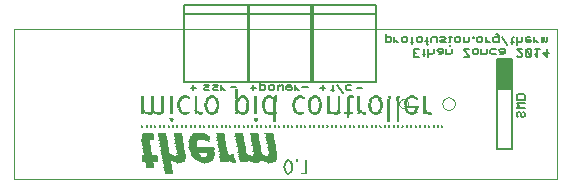
<source format=gbo>
G75*
G70*
%OFA0B0*%
%FSLAX24Y24*%
%IPPOS*%
%LPD*%
%AMOC8*
5,1,8,0,0,1.08239X$1,22.5*
%
%ADD10C,0.0000*%
%ADD11C,0.0050*%
%ADD12R,0.0100X0.0020*%
%ADD13R,0.0140X0.0020*%
%ADD14R,0.0120X0.0020*%
%ADD15R,0.0060X0.0020*%
%ADD16R,0.0240X0.0020*%
%ADD17R,0.0080X0.0020*%
%ADD18R,0.0220X0.0020*%
%ADD19R,0.0200X0.0020*%
%ADD20R,0.0180X0.0020*%
%ADD21R,0.0300X0.0020*%
%ADD22R,0.0280X0.0020*%
%ADD23R,0.0260X0.0020*%
%ADD24R,0.0340X0.0020*%
%ADD25R,0.0320X0.0020*%
%ADD26R,0.0040X0.0020*%
%ADD27R,0.0160X0.0020*%
%ADD28R,0.0460X0.0020*%
%ADD29R,0.0020X0.0020*%
%ADD30R,0.0740X0.0020*%
%ADD31R,0.0420X0.0020*%
%ADD32R,0.0400X0.0020*%
%ADD33R,0.0380X0.0020*%
%ADD34R,0.0440X0.0020*%
%ADD35R,0.0500X0.0020*%
%ADD36R,0.0560X0.0020*%
%ADD37R,0.0620X0.0020*%
%ADD38R,0.0660X0.0020*%
%ADD39R,0.0680X0.0020*%
%ADD40R,0.0840X0.0020*%
%ADD41R,0.0820X0.0020*%
%ADD42R,0.0360X0.0020*%
%ADD43R,0.0480X0.0020*%
%ADD44R,0.0520X0.0020*%
%ADD45R,0.0800X0.0020*%
%ADD46R,0.1300X0.0020*%
%ADD47R,0.1280X0.0020*%
%ADD48R,0.0780X0.0020*%
%ADD49R,0.1260X0.0020*%
%ADD50R,0.0540X0.0020*%
%ADD51R,0.0760X0.0020*%
%ADD52R,0.0580X0.0020*%
%ADD53R,0.1220X0.0020*%
D10*
X004510Y003979D02*
X004510Y008969D01*
X022630Y008969D01*
X022630Y003979D01*
X004510Y003979D01*
X017363Y006479D02*
X017365Y006503D01*
X017371Y006526D01*
X017380Y006548D01*
X017393Y006568D01*
X017408Y006586D01*
X017427Y006601D01*
X017448Y006613D01*
X017470Y006621D01*
X017493Y006626D01*
X017517Y006627D01*
X017541Y006624D01*
X017563Y006617D01*
X017585Y006607D01*
X017605Y006594D01*
X017622Y006577D01*
X017636Y006558D01*
X017647Y006537D01*
X017655Y006514D01*
X017659Y006491D01*
X017659Y006467D01*
X017655Y006444D01*
X017647Y006421D01*
X017636Y006400D01*
X017622Y006381D01*
X017605Y006364D01*
X017585Y006351D01*
X017563Y006341D01*
X017541Y006334D01*
X017517Y006331D01*
X017493Y006332D01*
X017470Y006337D01*
X017448Y006345D01*
X017427Y006357D01*
X017408Y006372D01*
X017393Y006390D01*
X017380Y006410D01*
X017371Y006432D01*
X017365Y006455D01*
X017363Y006479D01*
X018801Y006479D02*
X018803Y006507D01*
X018809Y006535D01*
X018818Y006561D01*
X018831Y006587D01*
X018847Y006610D01*
X018867Y006630D01*
X018889Y006648D01*
X018913Y006663D01*
X018939Y006674D01*
X018966Y006682D01*
X018994Y006686D01*
X019022Y006686D01*
X019050Y006682D01*
X019077Y006674D01*
X019103Y006663D01*
X019127Y006648D01*
X019149Y006630D01*
X019169Y006610D01*
X019185Y006587D01*
X019198Y006561D01*
X019207Y006535D01*
X019213Y006507D01*
X019215Y006479D01*
X019213Y006451D01*
X019207Y006423D01*
X019198Y006397D01*
X019185Y006371D01*
X019169Y006348D01*
X019149Y006328D01*
X019127Y006310D01*
X019103Y006295D01*
X019077Y006284D01*
X019050Y006276D01*
X019022Y006272D01*
X018994Y006272D01*
X018966Y006276D01*
X018939Y006284D01*
X018913Y006295D01*
X018889Y006310D01*
X018867Y006328D01*
X018847Y006348D01*
X018831Y006371D01*
X018818Y006397D01*
X018809Y006423D01*
X018803Y006451D01*
X018801Y006479D01*
D11*
X020635Y006979D02*
X020635Y007979D01*
X021135Y007979D01*
X021135Y006979D01*
X020635Y006979D01*
X020635Y006987D02*
X021135Y006987D01*
X021135Y007035D02*
X020635Y007035D01*
X020635Y007084D02*
X021135Y007084D01*
X021135Y007132D02*
X020635Y007132D01*
X020635Y007181D02*
X021135Y007181D01*
X021135Y007229D02*
X020635Y007229D01*
X020635Y007278D02*
X021135Y007278D01*
X021135Y007326D02*
X020635Y007326D01*
X020635Y007375D02*
X021135Y007375D01*
X021135Y007423D02*
X020635Y007423D01*
X020635Y007472D02*
X021135Y007472D01*
X021135Y007520D02*
X020635Y007520D01*
X020635Y007569D02*
X021135Y007569D01*
X021135Y007617D02*
X020635Y007617D01*
X020635Y007666D02*
X021135Y007666D01*
X021135Y007714D02*
X020635Y007714D01*
X020635Y007763D02*
X021135Y007763D01*
X021135Y007811D02*
X020635Y007811D01*
X020635Y007860D02*
X021135Y007860D01*
X021135Y007908D02*
X020635Y007908D01*
X020635Y007957D02*
X021135Y007957D01*
X021135Y007979D02*
X021135Y004979D01*
X020635Y004979D01*
X020635Y007979D01*
X021135Y007979D01*
X021285Y008073D02*
X021330Y008028D01*
X021420Y008028D01*
X021465Y008073D01*
X021465Y008118D01*
X021285Y008298D01*
X021465Y008298D01*
X021579Y008253D02*
X021759Y008073D01*
X021759Y008253D01*
X021714Y008298D01*
X021624Y008298D01*
X021579Y008253D01*
X021579Y008073D01*
X021624Y008028D01*
X021714Y008028D01*
X021759Y008073D01*
X021874Y008118D02*
X021964Y008028D01*
X021964Y008298D01*
X021874Y008298D02*
X022054Y008298D01*
X022169Y008163D02*
X022349Y008163D01*
X022304Y008028D02*
X022169Y008163D01*
X022304Y008298D02*
X022304Y008028D01*
X022250Y008524D02*
X022295Y008569D01*
X022295Y008704D01*
X022205Y008704D02*
X022205Y008569D01*
X022250Y008524D01*
X022205Y008569D02*
X022160Y008524D01*
X022115Y008524D01*
X022115Y008704D01*
X022005Y008524D02*
X021960Y008524D01*
X021869Y008614D01*
X021869Y008704D02*
X021869Y008524D01*
X021755Y008569D02*
X021755Y008614D01*
X021575Y008614D01*
X021575Y008659D02*
X021575Y008569D01*
X021620Y008524D01*
X021710Y008524D01*
X021755Y008569D01*
X021710Y008704D02*
X021620Y008704D01*
X021575Y008659D01*
X021460Y008704D02*
X021460Y008569D01*
X021415Y008524D01*
X021325Y008524D01*
X021280Y008569D01*
X021174Y008524D02*
X021084Y008524D01*
X021129Y008479D02*
X021129Y008659D01*
X021174Y008704D01*
X021280Y008704D02*
X021280Y008434D01*
X020969Y008434D02*
X020789Y008704D01*
X020675Y008704D02*
X020539Y008704D01*
X020494Y008659D01*
X020494Y008569D01*
X020539Y008524D01*
X020675Y008524D01*
X020675Y008750D01*
X020630Y008795D01*
X020585Y008795D01*
X020249Y008704D02*
X020249Y008524D01*
X020339Y008524D02*
X020384Y008524D01*
X020339Y008524D02*
X020249Y008614D01*
X020134Y008659D02*
X020134Y008569D01*
X020089Y008524D01*
X019999Y008524D01*
X019954Y008569D01*
X019954Y008659D01*
X019999Y008704D01*
X020089Y008704D01*
X020134Y008659D01*
X019852Y008659D02*
X019852Y008704D01*
X019807Y008704D01*
X019807Y008659D01*
X019852Y008659D01*
X019692Y008704D02*
X019692Y008569D01*
X019647Y008524D01*
X019512Y008524D01*
X019512Y008704D01*
X019398Y008659D02*
X019398Y008569D01*
X019353Y008524D01*
X019263Y008524D01*
X019218Y008569D01*
X019218Y008659D01*
X019263Y008704D01*
X019353Y008704D01*
X019398Y008659D01*
X019111Y008704D02*
X019021Y008704D01*
X019066Y008704D02*
X019066Y008524D01*
X019021Y008524D01*
X019066Y008434D02*
X019066Y008389D01*
X019108Y008298D02*
X019108Y008163D01*
X019063Y008118D01*
X018927Y008118D01*
X018927Y008298D01*
X018813Y008298D02*
X018678Y008298D01*
X018633Y008253D01*
X018678Y008208D01*
X018813Y008208D01*
X018813Y008163D02*
X018813Y008298D01*
X018813Y008163D02*
X018768Y008118D01*
X018678Y008118D01*
X018518Y008163D02*
X018518Y008298D01*
X018518Y008163D02*
X018473Y008118D01*
X018383Y008118D01*
X018338Y008163D01*
X018232Y008118D02*
X018142Y008118D01*
X018187Y008073D02*
X018187Y008253D01*
X018232Y008298D01*
X018338Y008298D02*
X018338Y008028D01*
X018027Y008028D02*
X017847Y008028D01*
X017847Y008298D01*
X018027Y008298D01*
X017937Y008163D02*
X017847Y008163D01*
X017789Y008479D02*
X017789Y008659D01*
X017834Y008704D01*
X017941Y008659D02*
X017986Y008704D01*
X018076Y008704D01*
X018121Y008659D01*
X018121Y008569D01*
X018076Y008524D01*
X017986Y008524D01*
X017941Y008569D01*
X017941Y008659D01*
X017834Y008524D02*
X017744Y008524D01*
X017630Y008569D02*
X017585Y008524D01*
X017495Y008524D01*
X017450Y008569D01*
X017450Y008659D01*
X017495Y008704D01*
X017585Y008704D01*
X017630Y008659D01*
X017630Y008569D01*
X017339Y008524D02*
X017294Y008524D01*
X017204Y008614D01*
X017204Y008704D02*
X017204Y008524D01*
X017090Y008569D02*
X017090Y008659D01*
X017045Y008704D01*
X016910Y008704D01*
X016910Y008795D02*
X016910Y008524D01*
X017045Y008524D01*
X017090Y008569D01*
X018235Y008569D02*
X018326Y008569D01*
X018280Y008479D02*
X018326Y008434D01*
X018280Y008479D02*
X018280Y008704D01*
X018432Y008659D02*
X018477Y008704D01*
X018612Y008704D01*
X018612Y008524D01*
X018727Y008569D02*
X018772Y008614D01*
X018862Y008614D01*
X018907Y008659D01*
X018862Y008704D01*
X018727Y008704D01*
X018727Y008569D02*
X018772Y008524D01*
X018907Y008524D01*
X018432Y008524D02*
X018432Y008659D01*
X019517Y008298D02*
X019517Y008253D01*
X019697Y008073D01*
X019697Y008028D01*
X019517Y008028D01*
X019811Y008163D02*
X019811Y008253D01*
X019856Y008298D01*
X019946Y008298D01*
X019992Y008253D01*
X019992Y008163D01*
X019946Y008118D01*
X019856Y008118D01*
X019811Y008163D01*
X019697Y008298D02*
X019517Y008298D01*
X020106Y008298D02*
X020106Y008118D01*
X020241Y008118D01*
X020286Y008163D01*
X020286Y008298D01*
X020401Y008253D02*
X020446Y008298D01*
X020581Y008298D01*
X020695Y008253D02*
X020740Y008208D01*
X020875Y008208D01*
X020875Y008163D02*
X020875Y008298D01*
X020740Y008298D01*
X020695Y008253D01*
X020740Y008118D02*
X020830Y008118D01*
X020875Y008163D01*
X020581Y008118D02*
X020446Y008118D01*
X020401Y008163D01*
X020401Y008253D01*
X021322Y006796D02*
X021277Y006751D01*
X021277Y006616D01*
X021547Y006616D01*
X021547Y006751D01*
X021502Y006796D01*
X021322Y006796D01*
X021277Y006502D02*
X021547Y006502D01*
X021547Y006321D02*
X021277Y006321D01*
X021367Y006412D01*
X021277Y006502D01*
X021322Y006207D02*
X021277Y006162D01*
X021277Y006072D01*
X021322Y006027D01*
X021412Y006072D02*
X021412Y006162D01*
X021367Y006207D01*
X021322Y006207D01*
X021412Y006072D02*
X021457Y006027D01*
X021502Y006027D01*
X021547Y006072D01*
X021547Y006162D01*
X021502Y006207D01*
X016600Y007200D02*
X016600Y009464D01*
X014435Y009464D01*
X014435Y007200D01*
X016600Y007200D01*
X016121Y007007D02*
X015941Y007007D01*
X015768Y006931D02*
X015633Y006931D01*
X015588Y006976D01*
X015588Y007066D01*
X015633Y007111D01*
X015768Y007111D01*
X015474Y006841D02*
X015293Y007111D01*
X015187Y007111D02*
X015142Y007066D01*
X015142Y006886D01*
X015097Y006931D02*
X015187Y006931D01*
X014902Y007007D02*
X014722Y007007D01*
X014812Y006917D02*
X014812Y007097D01*
X014475Y007200D02*
X014475Y009464D01*
X012310Y009464D01*
X012310Y007200D01*
X014475Y007200D01*
X014308Y007038D02*
X014128Y007038D01*
X014036Y006931D02*
X013991Y006931D01*
X013901Y007021D01*
X013901Y007111D02*
X013901Y006931D01*
X013786Y006976D02*
X013786Y007021D01*
X013606Y007021D01*
X013606Y007066D02*
X013606Y006976D01*
X013651Y006931D01*
X013741Y006931D01*
X013786Y006976D01*
X013741Y007111D02*
X013651Y007111D01*
X013606Y007066D01*
X013491Y007066D02*
X013491Y006931D01*
X013491Y007066D02*
X013446Y007111D01*
X013401Y007066D01*
X013356Y007111D01*
X013311Y007066D01*
X013311Y006931D01*
X013197Y006976D02*
X013197Y007066D01*
X013152Y007111D01*
X013062Y007111D01*
X013017Y007066D01*
X013017Y006976D01*
X013062Y006931D01*
X013152Y006931D01*
X013197Y006976D01*
X012902Y006976D02*
X012902Y007066D01*
X012857Y007111D01*
X012722Y007111D01*
X012722Y007201D02*
X012722Y006931D01*
X012857Y006931D01*
X012902Y006976D01*
X012590Y007007D02*
X012410Y007007D01*
X012500Y006917D02*
X012500Y007097D01*
X012350Y007200D02*
X012350Y009464D01*
X010185Y009464D01*
X010185Y007200D01*
X012350Y007200D01*
X011933Y007038D02*
X011753Y007038D01*
X011571Y006931D02*
X011526Y006931D01*
X011436Y007021D01*
X011436Y007111D02*
X011436Y006931D01*
X011322Y006931D02*
X011187Y006931D01*
X011142Y006976D01*
X011187Y007021D01*
X011277Y007021D01*
X011322Y007066D01*
X011277Y007111D01*
X011142Y007111D01*
X011027Y007066D02*
X010982Y007021D01*
X010892Y007021D01*
X010847Y006976D01*
X010892Y006931D01*
X011027Y006931D01*
X011027Y007066D02*
X010982Y007111D01*
X010847Y007111D01*
X010590Y007007D02*
X010410Y007007D01*
X010500Y006917D02*
X010500Y007097D01*
X010185Y009464D02*
X010185Y009759D01*
X012350Y009759D01*
X012350Y009464D01*
X012310Y009464D02*
X012310Y009759D01*
X014475Y009759D01*
X014475Y009464D01*
X014435Y009464D02*
X014435Y009759D01*
X016600Y009759D01*
X016600Y009464D01*
D12*
X017060Y006697D03*
X017060Y006677D03*
X017060Y006657D03*
X017040Y006597D03*
X017040Y006577D03*
X017040Y006557D03*
X017040Y006537D03*
X017040Y006517D03*
X017040Y006497D03*
X017040Y006477D03*
X017040Y006457D03*
X017040Y006437D03*
X017040Y006417D03*
X017040Y006397D03*
X017040Y006377D03*
X017040Y006357D03*
X017040Y006337D03*
X017040Y006317D03*
X017040Y006297D03*
X017040Y006277D03*
X017040Y006257D03*
X017040Y006237D03*
X017040Y006217D03*
X017040Y006197D03*
X017040Y006177D03*
X017040Y006157D03*
X017040Y006137D03*
X017040Y006117D03*
X017040Y006097D03*
X017040Y006077D03*
X017040Y006057D03*
X017040Y006037D03*
X017040Y006017D03*
X017040Y005997D03*
X017040Y005977D03*
X017040Y005957D03*
X017040Y005937D03*
X017040Y005917D03*
X017040Y005897D03*
X017040Y005877D03*
X016720Y006197D03*
X016740Y006217D03*
X016740Y006237D03*
X016760Y006257D03*
X016760Y006277D03*
X016780Y006317D03*
X016780Y006337D03*
X016780Y006357D03*
X016780Y006377D03*
X016780Y006397D03*
X016780Y006437D03*
X016780Y006457D03*
X016780Y006477D03*
X016780Y006497D03*
X016760Y006537D03*
X016760Y006557D03*
X016740Y006577D03*
X016740Y006597D03*
X016720Y006617D03*
X016480Y006637D03*
X016460Y006617D03*
X016440Y006597D03*
X016440Y006577D03*
X016420Y006557D03*
X016420Y006537D03*
X016420Y006517D03*
X016400Y006477D03*
X016400Y006457D03*
X016400Y006437D03*
X016400Y006417D03*
X016400Y006397D03*
X016400Y006377D03*
X016400Y006357D03*
X016400Y006337D03*
X016420Y006297D03*
X016420Y006277D03*
X016420Y006257D03*
X016440Y006237D03*
X016440Y006217D03*
X016460Y006197D03*
X016480Y006177D03*
X016220Y006097D03*
X016040Y006117D03*
X016040Y006137D03*
X016040Y006237D03*
X016040Y006257D03*
X016040Y006277D03*
X016040Y006297D03*
X016040Y006317D03*
X016040Y006337D03*
X016040Y006357D03*
X016040Y006377D03*
X016040Y006397D03*
X016040Y006417D03*
X016040Y006437D03*
X016040Y006457D03*
X016040Y006477D03*
X016040Y006497D03*
X016040Y006517D03*
X016040Y006537D03*
X016040Y006557D03*
X016040Y006577D03*
X016040Y006597D03*
X016040Y006617D03*
X016040Y006637D03*
X016040Y006657D03*
X016040Y006677D03*
X016040Y006697D03*
X015680Y006637D03*
X015680Y006617D03*
X015680Y006597D03*
X015680Y006577D03*
X015680Y006557D03*
X015680Y006537D03*
X015680Y006517D03*
X015680Y006497D03*
X015680Y006477D03*
X015680Y006457D03*
X015680Y006437D03*
X015680Y006417D03*
X015680Y006397D03*
X015680Y006377D03*
X015680Y006357D03*
X015680Y006337D03*
X015680Y006317D03*
X015680Y006297D03*
X015680Y006277D03*
X015680Y006257D03*
X015680Y006237D03*
X015680Y006217D03*
X015680Y006197D03*
X015680Y006177D03*
X015680Y006097D03*
X015360Y006197D03*
X015360Y006217D03*
X015020Y006217D03*
X015020Y006237D03*
X015020Y006257D03*
X015020Y006277D03*
X015020Y006297D03*
X015020Y006317D03*
X015020Y006337D03*
X015020Y006357D03*
X015020Y006377D03*
X015020Y006397D03*
X015020Y006417D03*
X015020Y006437D03*
X015020Y006457D03*
X015020Y006477D03*
X015020Y006497D03*
X015020Y006517D03*
X015020Y006537D03*
X015020Y006557D03*
X015020Y006577D03*
X015020Y006597D03*
X015020Y006617D03*
X015020Y006637D03*
X015020Y006657D03*
X015020Y006677D03*
X015020Y006697D03*
X014740Y006557D03*
X014740Y006537D03*
X014740Y006517D03*
X014760Y006477D03*
X014760Y006457D03*
X014760Y006437D03*
X014760Y006417D03*
X014760Y006397D03*
X014760Y006377D03*
X014760Y006357D03*
X014760Y006337D03*
X014740Y006297D03*
X014740Y006277D03*
X014740Y006257D03*
X014720Y006237D03*
X014720Y006217D03*
X014700Y006197D03*
X014680Y006177D03*
X014440Y006197D03*
X014420Y006217D03*
X014420Y006237D03*
X014400Y006257D03*
X014400Y006277D03*
X014380Y006317D03*
X014380Y006337D03*
X014380Y006357D03*
X014380Y006377D03*
X014380Y006397D03*
X014380Y006417D03*
X014380Y006437D03*
X014380Y006457D03*
X014380Y006477D03*
X014380Y006497D03*
X014400Y006537D03*
X014400Y006557D03*
X014420Y006577D03*
X014420Y006597D03*
X014440Y006617D03*
X014680Y006637D03*
X014700Y006617D03*
X014720Y006597D03*
X014720Y006577D03*
X015020Y006137D03*
X015020Y006117D03*
X014180Y006637D03*
X013920Y006617D03*
X013900Y006577D03*
X013880Y006537D03*
X013880Y006517D03*
X013880Y006497D03*
X013860Y006457D03*
X013860Y006437D03*
X013860Y006417D03*
X013860Y006397D03*
X013860Y006377D03*
X013880Y006297D03*
X013880Y006277D03*
X013900Y006237D03*
X013920Y006217D03*
X013920Y006197D03*
X013940Y006177D03*
X013240Y006197D03*
X013240Y006217D03*
X013240Y006237D03*
X013240Y006257D03*
X013240Y006277D03*
X013240Y006297D03*
X013240Y006317D03*
X013240Y006337D03*
X013240Y006357D03*
X013240Y006377D03*
X013240Y006397D03*
X013240Y006417D03*
X013240Y006437D03*
X013240Y006457D03*
X013240Y006477D03*
X013240Y006497D03*
X013240Y006657D03*
X013260Y006677D03*
X013260Y006697D03*
X012900Y006597D03*
X012880Y006577D03*
X012880Y006557D03*
X012880Y006537D03*
X012860Y006517D03*
X012860Y006497D03*
X012860Y006477D03*
X012860Y006457D03*
X012860Y006437D03*
X012860Y006417D03*
X012860Y006397D03*
X012860Y006377D03*
X012860Y006357D03*
X012860Y006337D03*
X012880Y006277D03*
X012880Y006257D03*
X012900Y006237D03*
X012900Y006217D03*
X012920Y006197D03*
X012600Y006197D03*
X012600Y006217D03*
X012600Y006237D03*
X012600Y006257D03*
X012600Y006277D03*
X012600Y006297D03*
X012600Y006317D03*
X012600Y006337D03*
X012600Y006357D03*
X012600Y006377D03*
X012600Y006397D03*
X012600Y006417D03*
X012600Y006437D03*
X012600Y006457D03*
X012600Y006477D03*
X012600Y006497D03*
X012600Y006517D03*
X012600Y006537D03*
X012600Y006557D03*
X012600Y006577D03*
X012600Y006597D03*
X012600Y006617D03*
X012600Y006637D03*
X012600Y006657D03*
X012600Y006677D03*
X012600Y006697D03*
X012320Y006557D03*
X012320Y006537D03*
X012340Y006477D03*
X012340Y006457D03*
X012340Y006437D03*
X012340Y006417D03*
X012340Y006397D03*
X012340Y006377D03*
X012340Y006357D03*
X012340Y006337D03*
X012340Y006317D03*
X012340Y006297D03*
X012320Y006277D03*
X012320Y006257D03*
X012320Y006237D03*
X012300Y006217D03*
X012300Y006197D03*
X012280Y006177D03*
X011960Y006137D03*
X011960Y006117D03*
X011960Y006237D03*
X011960Y006257D03*
X011960Y006277D03*
X011960Y006297D03*
X011960Y006317D03*
X011960Y006337D03*
X011960Y006357D03*
X011960Y006377D03*
X011960Y006397D03*
X011960Y006417D03*
X011960Y006437D03*
X011960Y006457D03*
X011960Y006477D03*
X011960Y006497D03*
X011960Y006657D03*
X011960Y006677D03*
X011960Y006697D03*
X011960Y006717D03*
X011960Y006737D03*
X011960Y006757D03*
X011960Y006777D03*
X011960Y006797D03*
X011960Y006817D03*
X011960Y006837D03*
X011960Y006857D03*
X011960Y006877D03*
X011960Y006897D03*
X011960Y006917D03*
X012280Y006617D03*
X012300Y006597D03*
X012600Y006177D03*
X012600Y006157D03*
X012600Y006137D03*
X012600Y006117D03*
X013240Y006097D03*
X013240Y006077D03*
X013240Y006057D03*
X013240Y006037D03*
X013240Y006017D03*
X013240Y005997D03*
X013240Y005977D03*
X013240Y005957D03*
X013240Y005937D03*
X013240Y005917D03*
X013240Y005897D03*
X013240Y005877D03*
X013240Y005857D03*
X011820Y004757D03*
X009780Y005897D03*
X009780Y005977D03*
X009780Y006117D03*
X009780Y006137D03*
X009780Y006157D03*
X009780Y006177D03*
X009780Y006197D03*
X009780Y006217D03*
X009780Y006237D03*
X009780Y006257D03*
X009780Y006277D03*
X009780Y006297D03*
X009780Y006317D03*
X009780Y006337D03*
X009780Y006357D03*
X009780Y006377D03*
X009780Y006397D03*
X009780Y006417D03*
X009780Y006437D03*
X009780Y006457D03*
X009780Y006477D03*
X009780Y006497D03*
X009780Y006517D03*
X009780Y006537D03*
X009780Y006557D03*
X009780Y006577D03*
X009780Y006597D03*
X009780Y006617D03*
X009780Y006637D03*
X009780Y006657D03*
X009780Y006677D03*
X009780Y006697D03*
X009480Y006697D03*
X009480Y006677D03*
X009480Y006657D03*
X009480Y006637D03*
X009480Y006617D03*
X009480Y006597D03*
X009480Y006577D03*
X009480Y006557D03*
X009480Y006537D03*
X009480Y006517D03*
X009480Y006497D03*
X009480Y006477D03*
X009480Y006457D03*
X009480Y006437D03*
X009480Y006417D03*
X009480Y006397D03*
X009480Y006377D03*
X009480Y006357D03*
X009480Y006337D03*
X009480Y006317D03*
X009480Y006297D03*
X009480Y006277D03*
X009480Y006257D03*
X009480Y006237D03*
X009480Y006217D03*
X009480Y006197D03*
X009160Y006217D03*
X009160Y006237D03*
X009160Y006257D03*
X009160Y006277D03*
X009160Y006297D03*
X009160Y006317D03*
X009160Y006337D03*
X009160Y006357D03*
X009160Y006377D03*
X009160Y006397D03*
X009160Y006417D03*
X009160Y006437D03*
X009160Y006457D03*
X009160Y006477D03*
X009160Y006497D03*
X009160Y006517D03*
X009160Y006537D03*
X009160Y006557D03*
X009160Y006577D03*
X009160Y006597D03*
X009160Y006617D03*
X009160Y006637D03*
X009160Y006657D03*
X009160Y006677D03*
X009160Y006697D03*
X008820Y006697D03*
X008820Y006677D03*
X008820Y006657D03*
X008820Y006637D03*
X008820Y006617D03*
X008820Y006597D03*
X008820Y006577D03*
X008820Y006557D03*
X008820Y006537D03*
X008820Y006517D03*
X008820Y006497D03*
X008820Y006477D03*
X008820Y006457D03*
X008820Y006437D03*
X008820Y006417D03*
X008820Y006397D03*
X008820Y006377D03*
X008820Y006357D03*
X008820Y006337D03*
X008820Y006317D03*
X008820Y006297D03*
X008820Y006277D03*
X008820Y006257D03*
X008820Y006237D03*
X008820Y006137D03*
X008820Y006117D03*
X010040Y006337D03*
X010040Y006357D03*
X010040Y006377D03*
X010040Y006397D03*
X010040Y006417D03*
X010040Y006437D03*
X010040Y006457D03*
X010040Y006477D03*
X010040Y006497D03*
X010060Y006537D03*
X010060Y006557D03*
X010080Y006577D03*
X010080Y006597D03*
X010100Y006617D03*
X010060Y006277D03*
X010060Y006257D03*
X010080Y006237D03*
X010080Y006217D03*
X010100Y006197D03*
X010120Y006177D03*
X010600Y006217D03*
X010760Y006097D03*
X011000Y006197D03*
X011000Y006217D03*
X010980Y006237D03*
X010960Y006277D03*
X010960Y006297D03*
X010960Y006317D03*
X010940Y006357D03*
X010940Y006377D03*
X010940Y006397D03*
X010940Y006417D03*
X010940Y006437D03*
X010940Y006457D03*
X010960Y006517D03*
X010960Y006537D03*
X010980Y006577D03*
X011000Y006597D03*
X011000Y006617D03*
X011280Y006597D03*
X011300Y006577D03*
X011300Y006557D03*
X011320Y006517D03*
X011320Y006497D03*
X011320Y006477D03*
X011320Y006337D03*
X011320Y006317D03*
X011320Y006297D03*
X011300Y006277D03*
X011300Y006257D03*
X011300Y006237D03*
X011280Y006217D03*
X017340Y006577D03*
X017340Y006597D03*
X017340Y006617D03*
X017340Y006637D03*
X017340Y006657D03*
X017360Y006677D03*
X017360Y006697D03*
X017620Y006577D03*
X017620Y006557D03*
X017620Y006537D03*
X017600Y006517D03*
X017600Y006497D03*
X017600Y006477D03*
X017600Y006457D03*
X017600Y006437D03*
X017600Y006377D03*
X017600Y006297D03*
X017620Y006257D03*
X017620Y006237D03*
X017640Y006217D03*
X017660Y006197D03*
X017920Y006197D03*
X017940Y006217D03*
X017940Y006237D03*
X017960Y006277D03*
X017960Y006297D03*
X018220Y006297D03*
X018220Y006317D03*
X018220Y006337D03*
X018220Y006357D03*
X018220Y006377D03*
X018220Y006397D03*
X018220Y006417D03*
X018220Y006437D03*
X018220Y006457D03*
X018220Y006477D03*
X018220Y006497D03*
X018220Y006517D03*
X018220Y006537D03*
X018220Y006557D03*
X018220Y006577D03*
X018220Y006597D03*
X018220Y006617D03*
X018220Y006637D03*
X018220Y006657D03*
X018220Y006677D03*
X018220Y006697D03*
X018220Y006277D03*
X018220Y006257D03*
X018220Y006237D03*
X018220Y006117D03*
X017640Y006597D03*
D13*
X017780Y006717D03*
X017920Y006637D03*
X018240Y006197D03*
X018380Y006117D03*
X017800Y006097D03*
X016600Y006097D03*
X016200Y006117D03*
X016060Y006197D03*
X015260Y006097D03*
X015040Y006197D03*
X014560Y006097D03*
X014060Y006097D03*
X014060Y006717D03*
X014560Y006717D03*
X013220Y006577D03*
X013220Y006557D03*
X012940Y006177D03*
X012600Y005937D03*
X012600Y005917D03*
X011980Y006197D03*
X011980Y006577D03*
X011980Y006597D03*
X012160Y006717D03*
X011140Y006717D03*
X011140Y006097D03*
X010240Y006097D03*
X009780Y005937D03*
X009780Y005917D03*
X009160Y006197D03*
X008840Y006197D03*
X010240Y006717D03*
X011860Y004497D03*
X016600Y006717D03*
D14*
X016710Y006637D03*
X016710Y006177D03*
X016050Y006217D03*
X015350Y006177D03*
X014450Y006177D03*
X014450Y006637D03*
X013950Y006637D03*
X013910Y006597D03*
X013230Y006537D03*
X013230Y006517D03*
X012930Y006637D03*
X012910Y006617D03*
X013030Y006717D03*
X013230Y006177D03*
X012590Y005957D03*
X012590Y005897D03*
X012170Y006097D03*
X011970Y006217D03*
X011970Y006517D03*
X011970Y006537D03*
X011970Y006557D03*
X012270Y006637D03*
X011270Y006617D03*
X011250Y006637D03*
X011030Y006637D03*
X011030Y006177D03*
X011250Y006177D03*
X011270Y006197D03*
X010610Y006197D03*
X010110Y006637D03*
X009470Y006177D03*
X009770Y005957D03*
X008830Y006217D03*
X013670Y004577D03*
X013670Y004117D03*
X015750Y006717D03*
X017650Y006617D03*
X017670Y006637D03*
X017670Y006177D03*
X017910Y006177D03*
X018230Y006217D03*
X018390Y006097D03*
D15*
X018360Y005697D03*
X018360Y005677D03*
X017920Y005677D03*
X017920Y005697D03*
X017480Y005697D03*
X017180Y005697D03*
X016740Y005697D03*
X016300Y005697D03*
X016300Y005677D03*
X015860Y005677D03*
X015860Y005697D03*
X015420Y005697D03*
X014980Y005697D03*
X014680Y005697D03*
X014240Y005697D03*
X014240Y005677D03*
X013800Y005677D03*
X013800Y005697D03*
X013360Y005697D03*
X013360Y005677D03*
X012920Y005697D03*
X012620Y005697D03*
X012600Y005877D03*
X012180Y005697D03*
X011740Y005697D03*
X011740Y005677D03*
X011300Y005677D03*
X011300Y005697D03*
X010860Y005697D03*
X010860Y005677D03*
X010420Y005697D03*
X010120Y005697D03*
X009780Y005877D03*
X009680Y005697D03*
X009680Y005677D03*
X009240Y005677D03*
X009240Y005697D03*
X008800Y005697D03*
X008800Y005677D03*
X009160Y005257D03*
X010340Y006177D03*
X013260Y006717D03*
X014160Y006177D03*
X014260Y004577D03*
X014260Y004557D03*
X014260Y004537D03*
X014260Y004517D03*
X014260Y004497D03*
X014260Y004477D03*
X014260Y004457D03*
X014260Y004437D03*
X014260Y004417D03*
X014260Y004397D03*
X014260Y004377D03*
X014260Y004357D03*
X014260Y004337D03*
X014260Y004317D03*
X014260Y004297D03*
X014260Y004277D03*
X014260Y004257D03*
X014260Y004237D03*
X014260Y004217D03*
X014260Y004197D03*
X014260Y004177D03*
X013800Y004317D03*
X013800Y004337D03*
X013800Y004357D03*
X013800Y004377D03*
X013780Y004437D03*
X013780Y004457D03*
X013760Y004497D03*
X013580Y004497D03*
X013560Y004477D03*
X013560Y004457D03*
X013560Y004437D03*
X013540Y004377D03*
X013540Y004357D03*
X013540Y004337D03*
X013540Y004317D03*
X013560Y004257D03*
X013560Y004237D03*
X013560Y004217D03*
X013580Y004197D03*
X013580Y004177D03*
X013600Y004157D03*
X013740Y004157D03*
X013760Y004177D03*
X013760Y004197D03*
X013780Y004217D03*
X013780Y004237D03*
X013780Y004257D03*
D16*
X015250Y006117D03*
X010930Y005257D03*
X010890Y004497D03*
X010230Y006117D03*
X010230Y006697D03*
X009370Y006117D03*
D17*
X010050Y006297D03*
X010050Y006317D03*
X010050Y006517D03*
X010350Y006637D03*
X010590Y006637D03*
X010590Y006657D03*
X010590Y006677D03*
X010590Y006697D03*
X010590Y006617D03*
X010590Y006597D03*
X010590Y006577D03*
X010590Y006557D03*
X010590Y006537D03*
X010590Y006517D03*
X010590Y006497D03*
X010590Y006477D03*
X010590Y006457D03*
X010590Y006437D03*
X010590Y006417D03*
X010590Y006397D03*
X010590Y006377D03*
X010590Y006357D03*
X010590Y006337D03*
X010590Y006317D03*
X010590Y006297D03*
X010590Y006277D03*
X010590Y006257D03*
X010590Y006237D03*
X010590Y006137D03*
X010590Y006117D03*
X010970Y006257D03*
X010950Y006337D03*
X010950Y006477D03*
X010950Y006497D03*
X010970Y006557D03*
X011310Y006537D03*
X011330Y006457D03*
X011330Y006437D03*
X011330Y006417D03*
X011330Y006397D03*
X011330Y006377D03*
X011330Y006357D03*
X012310Y006577D03*
X012330Y006517D03*
X012330Y006497D03*
X012870Y006317D03*
X012870Y006297D03*
X012590Y005977D03*
X013870Y006317D03*
X013870Y006337D03*
X013870Y006357D03*
X013890Y006257D03*
X013870Y006477D03*
X013890Y006557D03*
X014390Y006517D03*
X014390Y006297D03*
X014750Y006317D03*
X014750Y006497D03*
X015370Y006497D03*
X015370Y006517D03*
X015370Y006537D03*
X015370Y006557D03*
X015370Y006577D03*
X015370Y006597D03*
X015370Y006617D03*
X015370Y006637D03*
X015370Y006657D03*
X015370Y006677D03*
X015370Y006697D03*
X015370Y006477D03*
X015370Y006457D03*
X015370Y006437D03*
X015370Y006417D03*
X015370Y006397D03*
X015370Y006377D03*
X015370Y006357D03*
X015370Y006337D03*
X015370Y006317D03*
X015370Y006297D03*
X015370Y006277D03*
X015370Y006257D03*
X015370Y006237D03*
X015670Y006077D03*
X015670Y006057D03*
X015670Y006037D03*
X015670Y006017D03*
X015670Y005997D03*
X016410Y006317D03*
X016410Y006497D03*
X016770Y006517D03*
X016790Y006417D03*
X016770Y006297D03*
X017050Y006617D03*
X017050Y006637D03*
X017330Y006557D03*
X017330Y006537D03*
X017330Y006517D03*
X017330Y006497D03*
X017330Y006477D03*
X017330Y006457D03*
X017330Y006437D03*
X017330Y006417D03*
X017330Y006397D03*
X017330Y006377D03*
X017330Y006357D03*
X017330Y006337D03*
X017330Y006317D03*
X017330Y006297D03*
X017330Y006277D03*
X017330Y006257D03*
X017330Y006237D03*
X017330Y006217D03*
X017330Y006197D03*
X017330Y006177D03*
X017330Y006157D03*
X017330Y006137D03*
X017330Y006117D03*
X017330Y006097D03*
X017330Y006077D03*
X017330Y006057D03*
X017330Y006037D03*
X017330Y006017D03*
X017330Y005997D03*
X017330Y005977D03*
X017330Y005957D03*
X017330Y005937D03*
X017330Y005917D03*
X017330Y005897D03*
X017330Y005877D03*
X017330Y005857D03*
X017030Y005857D03*
X017610Y006277D03*
X017590Y006397D03*
X017590Y006417D03*
X017950Y006257D03*
X017930Y006617D03*
X014250Y004157D03*
X013750Y004517D03*
X013730Y004537D03*
X013610Y004537D03*
X013590Y004517D03*
X013950Y004537D03*
X013950Y004557D03*
X013950Y004577D03*
X013670Y004097D03*
X010990Y005217D03*
D18*
X011820Y004557D03*
X012580Y004497D03*
X013060Y004497D03*
X012160Y006117D03*
X011140Y006117D03*
X011140Y006697D03*
X009040Y006117D03*
X008980Y005477D03*
X010020Y004497D03*
X014060Y006117D03*
X014560Y006117D03*
X014560Y006697D03*
X014060Y006697D03*
X015740Y006657D03*
X016600Y006697D03*
X016600Y006117D03*
X017800Y006117D03*
X017780Y006697D03*
D19*
X015750Y006677D03*
X015070Y006177D03*
X013190Y006637D03*
X013030Y006697D03*
X012170Y006697D03*
D20*
X012000Y006637D03*
X012000Y006177D03*
X013080Y006097D03*
X011840Y004537D03*
X014200Y004137D03*
X014200Y004117D03*
X016080Y006177D03*
X015760Y006697D03*
X009180Y006177D03*
X008860Y006177D03*
D21*
X009360Y006137D03*
X010240Y006677D03*
X011140Y006657D03*
X011140Y006157D03*
X011420Y005337D03*
X011440Y005217D03*
X011460Y005097D03*
X011480Y004997D03*
X011500Y004877D03*
X011520Y004777D03*
X011560Y004537D03*
X011060Y004677D03*
X010640Y004697D03*
X010600Y004737D03*
X010100Y004717D03*
X010100Y004797D03*
X010060Y005017D03*
X010040Y005137D03*
X010020Y005257D03*
X010500Y005197D03*
X010520Y005237D03*
X009540Y005017D03*
X009560Y004897D03*
X009580Y004797D03*
X009600Y004777D03*
X009620Y004557D03*
X009660Y004337D03*
X009680Y004217D03*
X010020Y004517D03*
X009520Y005137D03*
X009500Y005237D03*
X009480Y005357D03*
X008920Y005237D03*
X008920Y005217D03*
X008920Y005197D03*
X008960Y004957D03*
X008980Y004837D03*
X009000Y004737D03*
X012040Y005377D03*
X012060Y005277D03*
X012080Y005157D03*
X012100Y005037D03*
X012140Y004817D03*
X012160Y004777D03*
X012640Y004857D03*
X012600Y005077D03*
X012580Y005197D03*
X013060Y005337D03*
X013040Y005457D03*
X013100Y005117D03*
X013120Y004997D03*
X013160Y004777D03*
X013160Y004757D03*
X013160Y004737D03*
X013160Y004717D03*
X012580Y004517D03*
X014060Y006157D03*
X014060Y006677D03*
X013020Y006657D03*
X015240Y006137D03*
X015700Y006137D03*
X015700Y006157D03*
X015700Y006117D03*
D22*
X016130Y006157D03*
X016590Y006137D03*
X016590Y006677D03*
X017790Y006677D03*
X017790Y006137D03*
X018310Y006137D03*
X014570Y006137D03*
X014070Y006137D03*
X014570Y006677D03*
X013050Y005437D03*
X013050Y005417D03*
X013050Y005397D03*
X013050Y005377D03*
X013050Y005357D03*
X013070Y005317D03*
X013070Y005297D03*
X013070Y005277D03*
X013070Y005257D03*
X013070Y005237D03*
X013090Y005217D03*
X013090Y005197D03*
X013090Y005177D03*
X013090Y005157D03*
X013090Y005137D03*
X013110Y005097D03*
X013110Y005077D03*
X013110Y005057D03*
X013110Y005037D03*
X013110Y005017D03*
X013130Y004977D03*
X013130Y004957D03*
X013130Y004937D03*
X013130Y004917D03*
X013130Y004897D03*
X013150Y004877D03*
X013150Y004857D03*
X013150Y004837D03*
X013150Y004817D03*
X013150Y004797D03*
X012650Y004797D03*
X012650Y004817D03*
X012650Y004837D03*
X012630Y004877D03*
X012630Y004897D03*
X012630Y004917D03*
X012630Y004937D03*
X012630Y004957D03*
X012610Y004977D03*
X012610Y004997D03*
X012610Y005017D03*
X012610Y005037D03*
X012610Y005057D03*
X012590Y005097D03*
X012590Y005117D03*
X012590Y005137D03*
X012590Y005157D03*
X012590Y005177D03*
X012570Y005217D03*
X012570Y005237D03*
X012570Y005257D03*
X012570Y005277D03*
X012570Y005297D03*
X012550Y005317D03*
X012550Y005337D03*
X012550Y005357D03*
X012550Y005377D03*
X012550Y005397D03*
X012550Y005417D03*
X012530Y005437D03*
X012530Y005457D03*
X012050Y005357D03*
X012050Y005337D03*
X012050Y005317D03*
X012050Y005297D03*
X012070Y005257D03*
X012070Y005237D03*
X012070Y005217D03*
X012070Y005197D03*
X012070Y005177D03*
X012090Y005137D03*
X012090Y005117D03*
X012090Y005097D03*
X012090Y005077D03*
X012090Y005057D03*
X012110Y005017D03*
X012110Y004997D03*
X012110Y004977D03*
X012110Y004957D03*
X012110Y004937D03*
X012130Y004917D03*
X012130Y004897D03*
X012130Y004877D03*
X012130Y004857D03*
X012130Y004837D03*
X012150Y004797D03*
X012190Y004557D03*
X012190Y004537D03*
X012190Y004517D03*
X012650Y004777D03*
X012030Y005397D03*
X012030Y005417D03*
X012030Y005437D03*
X012030Y005457D03*
X011430Y005317D03*
X011430Y005297D03*
X011430Y005277D03*
X011430Y005257D03*
X011430Y005237D03*
X011450Y005197D03*
X011450Y005177D03*
X011450Y005157D03*
X011450Y005137D03*
X011450Y005117D03*
X011470Y005077D03*
X011470Y005057D03*
X011470Y005037D03*
X011470Y005017D03*
X011490Y004977D03*
X011490Y004957D03*
X011490Y004937D03*
X011490Y004917D03*
X011490Y004897D03*
X011510Y004857D03*
X011510Y004837D03*
X011510Y004817D03*
X011510Y004797D03*
X011550Y004557D03*
X011570Y004517D03*
X011070Y004697D03*
X010610Y004717D03*
X010590Y004757D03*
X010570Y004777D03*
X010570Y004797D03*
X010550Y004817D03*
X010490Y005017D03*
X010490Y005037D03*
X010490Y005057D03*
X010490Y005077D03*
X010490Y005097D03*
X010490Y005117D03*
X010490Y005137D03*
X010490Y005157D03*
X010490Y005177D03*
X010510Y005217D03*
X010050Y005117D03*
X010050Y005097D03*
X010050Y005077D03*
X010050Y005057D03*
X010050Y005037D03*
X010070Y004997D03*
X010070Y004977D03*
X010070Y004957D03*
X010070Y004937D03*
X010070Y004917D03*
X010090Y004897D03*
X010090Y004877D03*
X010090Y004857D03*
X010090Y004837D03*
X010090Y004817D03*
X010110Y004777D03*
X010110Y004757D03*
X010110Y004737D03*
X009630Y004537D03*
X009630Y004517D03*
X009630Y004497D03*
X009630Y004477D03*
X009630Y004457D03*
X009650Y004437D03*
X009650Y004417D03*
X009650Y004397D03*
X009650Y004377D03*
X009650Y004357D03*
X009670Y004317D03*
X009670Y004297D03*
X009670Y004277D03*
X009670Y004257D03*
X009670Y004237D03*
X009690Y004197D03*
X009690Y004177D03*
X009690Y004157D03*
X009690Y004137D03*
X009690Y004117D03*
X009070Y004337D03*
X009070Y004357D03*
X009050Y004437D03*
X009050Y004457D03*
X009050Y004477D03*
X008990Y004757D03*
X008990Y004777D03*
X008990Y004797D03*
X008990Y004817D03*
X008970Y004857D03*
X008970Y004877D03*
X008970Y004897D03*
X008970Y004917D03*
X008970Y004937D03*
X008950Y004977D03*
X008950Y004997D03*
X008950Y005017D03*
X008950Y005037D03*
X008950Y005057D03*
X008930Y005077D03*
X008930Y005097D03*
X008930Y005117D03*
X008930Y005137D03*
X008930Y005157D03*
X008930Y005177D03*
X009470Y005377D03*
X009470Y005397D03*
X009470Y005417D03*
X009470Y005437D03*
X009470Y005457D03*
X009490Y005337D03*
X009490Y005317D03*
X009490Y005297D03*
X009490Y005277D03*
X009490Y005257D03*
X009510Y005217D03*
X009510Y005197D03*
X009510Y005177D03*
X009510Y005157D03*
X009530Y005117D03*
X009530Y005097D03*
X009530Y005077D03*
X009530Y005057D03*
X009530Y005037D03*
X009550Y004997D03*
X009550Y004977D03*
X009550Y004957D03*
X009550Y004937D03*
X009550Y004917D03*
X009570Y004877D03*
X009570Y004857D03*
X009570Y004837D03*
X009570Y004817D03*
X010030Y005157D03*
X010030Y005177D03*
X010030Y005197D03*
X010030Y005217D03*
X010030Y005237D03*
X010010Y005277D03*
X010010Y005297D03*
X010010Y005317D03*
X010010Y005337D03*
X010010Y005357D03*
X009990Y005377D03*
X009990Y005397D03*
X009990Y005417D03*
X009990Y005437D03*
X009990Y005457D03*
X010230Y006137D03*
X011130Y006677D03*
X012170Y006657D03*
X012170Y006137D03*
X011390Y005457D03*
X011410Y005437D03*
X011410Y005417D03*
X011410Y005397D03*
X011410Y005377D03*
X011410Y005357D03*
X009030Y006137D03*
D23*
X010680Y006157D03*
X011140Y006137D03*
X010700Y005477D03*
X011100Y004817D03*
X011100Y004797D03*
X011100Y004777D03*
X011100Y004757D03*
X011080Y004737D03*
X011080Y004717D03*
X009060Y004417D03*
X009060Y004397D03*
X009060Y004377D03*
X009040Y004497D03*
X012160Y006677D03*
X013020Y006677D03*
X018300Y006157D03*
D24*
X017800Y006657D03*
X014060Y006657D03*
X013120Y006117D03*
X011540Y004757D03*
X010540Y005257D03*
X010240Y006657D03*
D25*
X010230Y006157D03*
X008990Y005457D03*
X008930Y005257D03*
X009610Y004757D03*
X010650Y004677D03*
X012170Y004757D03*
X012670Y004757D03*
X013050Y004517D03*
X014570Y006157D03*
X014570Y006657D03*
X016590Y006657D03*
X016590Y006157D03*
X017790Y006157D03*
D26*
X017770Y005717D03*
X017770Y005697D03*
X017770Y005677D03*
X017630Y005677D03*
X017630Y005697D03*
X017630Y005717D03*
X017470Y005677D03*
X017330Y005677D03*
X017330Y005697D03*
X017330Y005717D03*
X017190Y005717D03*
X017190Y005677D03*
X017030Y005677D03*
X017030Y005697D03*
X017030Y005717D03*
X016890Y005717D03*
X016890Y005697D03*
X016890Y005677D03*
X016750Y005677D03*
X016590Y005677D03*
X016590Y005697D03*
X016590Y005717D03*
X016450Y005717D03*
X016450Y005697D03*
X016450Y005677D03*
X016150Y005677D03*
X016150Y005697D03*
X016150Y005717D03*
X016010Y005717D03*
X016010Y005697D03*
X016010Y005677D03*
X015710Y005677D03*
X015710Y005697D03*
X015710Y005717D03*
X015570Y005717D03*
X015570Y005697D03*
X015570Y005677D03*
X015410Y005677D03*
X015270Y005677D03*
X015270Y005697D03*
X015270Y005717D03*
X015130Y005717D03*
X015130Y005697D03*
X015130Y005677D03*
X014970Y005677D03*
X014970Y005717D03*
X014830Y005717D03*
X014830Y005697D03*
X014830Y005677D03*
X014690Y005677D03*
X014690Y005717D03*
X014530Y005717D03*
X014530Y005697D03*
X014530Y005677D03*
X014390Y005677D03*
X014390Y005697D03*
X014390Y005717D03*
X014090Y005717D03*
X014090Y005697D03*
X014090Y005677D03*
X013950Y005677D03*
X013950Y005697D03*
X013950Y005717D03*
X013650Y005717D03*
X013650Y005697D03*
X013650Y005677D03*
X013510Y005677D03*
X013510Y005697D03*
X013510Y005717D03*
X013210Y005717D03*
X013210Y005697D03*
X013210Y005677D03*
X013070Y005677D03*
X013070Y005697D03*
X013070Y005717D03*
X012910Y005677D03*
X012770Y005677D03*
X012770Y005697D03*
X012770Y005717D03*
X012630Y005717D03*
X012630Y005677D03*
X012470Y005677D03*
X012470Y005697D03*
X012470Y005717D03*
X012330Y005717D03*
X012330Y005697D03*
X012330Y005677D03*
X012190Y005677D03*
X012030Y005677D03*
X012030Y005697D03*
X012030Y005717D03*
X011890Y005717D03*
X011890Y005697D03*
X011890Y005677D03*
X011590Y005677D03*
X011590Y005697D03*
X011590Y005717D03*
X011450Y005717D03*
X011450Y005697D03*
X011450Y005677D03*
X011150Y005677D03*
X011150Y005697D03*
X011150Y005717D03*
X011010Y005717D03*
X011010Y005697D03*
X011010Y005677D03*
X010710Y005677D03*
X010710Y005697D03*
X010710Y005717D03*
X010570Y005717D03*
X010570Y005697D03*
X010570Y005677D03*
X010410Y005677D03*
X010410Y005717D03*
X010270Y005717D03*
X010270Y005697D03*
X010270Y005677D03*
X010130Y005677D03*
X010130Y005717D03*
X009970Y005717D03*
X009970Y005697D03*
X009970Y005677D03*
X009830Y005677D03*
X009830Y005697D03*
X009830Y005717D03*
X009530Y005717D03*
X009530Y005697D03*
X009530Y005677D03*
X009390Y005677D03*
X009390Y005697D03*
X009390Y005717D03*
X009090Y005717D03*
X009090Y005697D03*
X009090Y005677D03*
X008950Y005677D03*
X008950Y005697D03*
X008950Y005717D03*
X010370Y006617D03*
X011010Y005197D03*
X013550Y004417D03*
X013550Y004397D03*
X013550Y004297D03*
X013550Y004277D03*
X013790Y004277D03*
X013790Y004297D03*
X013790Y004397D03*
X013790Y004417D03*
X013770Y004477D03*
X013670Y004597D03*
X013950Y004597D03*
X014190Y006617D03*
X017950Y006597D03*
X018070Y005717D03*
X018070Y005697D03*
X018070Y005677D03*
X018210Y005677D03*
X018210Y005697D03*
X018210Y005717D03*
X018510Y005717D03*
X018510Y005697D03*
X018510Y005677D03*
X018650Y005677D03*
X018650Y005697D03*
X018650Y005717D03*
X018790Y005697D03*
X018790Y005677D03*
D27*
X018250Y006177D03*
X016190Y006137D03*
X013670Y004557D03*
X013670Y004137D03*
X011850Y004517D03*
X010970Y005237D03*
X010750Y006117D03*
X010730Y006137D03*
X010630Y006177D03*
X009370Y006097D03*
X009050Y006097D03*
X011990Y006617D03*
X013210Y006617D03*
X013210Y006597D03*
D28*
X013040Y004557D03*
X017780Y006317D03*
X017780Y006337D03*
X017780Y006357D03*
D29*
X018420Y006177D03*
X018360Y005717D03*
X018800Y005717D03*
X017920Y005717D03*
X017480Y005717D03*
X016740Y005717D03*
X016300Y005717D03*
X015860Y005717D03*
X015420Y005717D03*
X016240Y006177D03*
X014240Y005717D03*
X013800Y005717D03*
X013360Y005717D03*
X012920Y005717D03*
X012180Y005717D03*
X011740Y005717D03*
X011300Y005717D03*
X010860Y005717D03*
X010780Y006177D03*
X009680Y005717D03*
X009240Y005717D03*
X008800Y005717D03*
X010000Y004477D03*
X010900Y004477D03*
X013040Y004477D03*
X013960Y004517D03*
D30*
X009140Y006157D03*
D31*
X009000Y005417D03*
X008980Y005377D03*
X008980Y005357D03*
X008980Y005337D03*
X008980Y005317D03*
X008980Y005297D03*
X008980Y005277D03*
X009660Y004717D03*
X010000Y004557D03*
X010880Y004537D03*
X012220Y004717D03*
X012700Y004717D03*
X012120Y006157D03*
X015180Y006157D03*
D32*
X013090Y006157D03*
X013050Y004537D03*
X012550Y004557D03*
X008990Y005397D03*
D33*
X009000Y005437D03*
X010020Y004537D03*
X010700Y005457D03*
X013100Y006137D03*
D34*
X010710Y005437D03*
D35*
X010720Y005417D03*
X011640Y004697D03*
X011640Y004677D03*
X011640Y004657D03*
X011660Y004637D03*
X011660Y004617D03*
X011660Y004597D03*
X010880Y004557D03*
X009060Y004717D03*
D36*
X010730Y005397D03*
D37*
X010740Y005377D03*
X010860Y004617D03*
D38*
X010860Y004637D03*
X010740Y005337D03*
X010740Y005357D03*
D39*
X010730Y005317D03*
X010730Y005297D03*
X010710Y005277D03*
X010850Y004657D03*
D40*
X010790Y004917D03*
X010790Y004937D03*
X010790Y004957D03*
X010790Y004977D03*
X010770Y004997D03*
D41*
X010800Y004897D03*
X010800Y004877D03*
X010800Y004857D03*
X010820Y004837D03*
D42*
X010890Y004517D03*
X009630Y004737D03*
X012190Y004737D03*
X012570Y004537D03*
X012690Y004737D03*
D43*
X011630Y004737D03*
X011630Y004717D03*
D44*
X011670Y004577D03*
X009070Y004577D03*
X009070Y004557D03*
X009070Y004537D03*
X009070Y004517D03*
X009050Y004617D03*
X009050Y004637D03*
X009050Y004657D03*
X009050Y004677D03*
X009050Y004697D03*
D45*
X009850Y004697D03*
X009850Y004677D03*
D46*
X012660Y004697D03*
D47*
X012670Y004677D03*
X012670Y004657D03*
X012670Y004637D03*
D48*
X009860Y004637D03*
X009860Y004657D03*
X009860Y004617D03*
D49*
X012660Y004617D03*
X012660Y004597D03*
D50*
X010880Y004577D03*
X009060Y004597D03*
D51*
X009850Y004597D03*
X009850Y004577D03*
D52*
X010860Y004597D03*
D53*
X012660Y004577D03*
M02*

</source>
